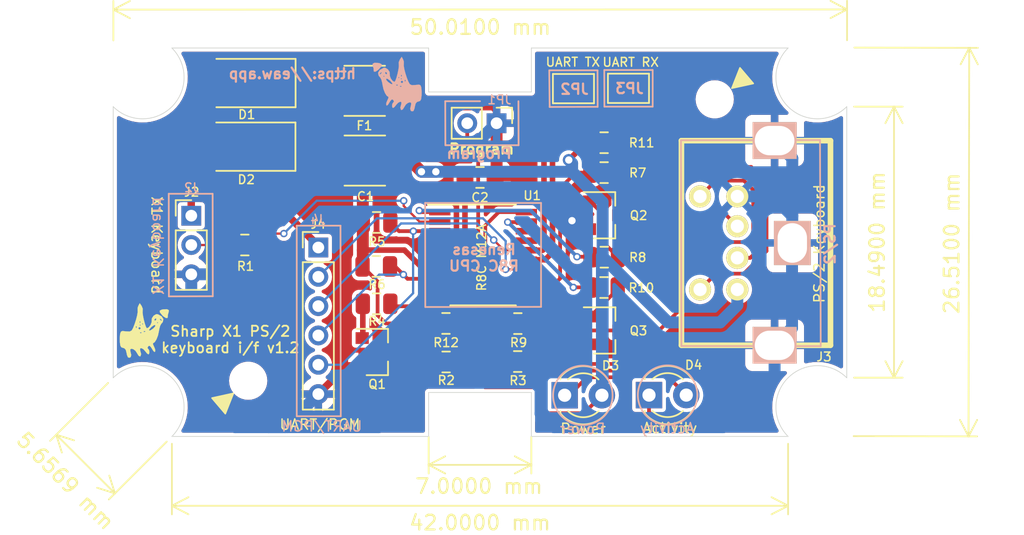
<source format=kicad_pcb>
(kicad_pcb (version 20211014) (generator pcbnew)
  (title_block (title "Sharp X1 to PS/2 Keyboard Interface") (date "2022-03-09") (rev "1.2") (comment 2 "which has been enhanced and targetted at a KM24 case format.") (comment 3 "This is an encapsulation of Sato Kyouchi's original X1 design"))
  (layers (0 "F.Cu" signal) (31 "B.Cu" signal) (34 "B.Paste" user) (35 "F.Paste" user) (36 "B.SilkS" user "B.Silkscreen") (37 "F.SilkS" user "F.Silkscreen") (38 "B.Mask" user) (39 "F.Mask" user) (44 "Edge.Cuts" user))
  (net 0 "")
  (net 1 "GNDPWR")
  (net 2 "Net-(D1-Pad1)")
  (net 3 "/RXD")
  (net 4 "Net-(J3-Pad5)")
  (net 5 "/TXD")
  (net 6 "Net-(J3-Pad1)")
  (net 7 "/~{PGM}")
  (net 8 "Net-(Q1-Pad1)")
  (net 9 "Net-(Q2-Pad1)")
  (net 10 "Net-(Q3-Pad1)")
  (net 11 "/X1DATA")
  (net 12 "/PS2_DATA_IN")
  (net 13 "/PS2_DATA_OUT")
  (net 14 "/PS2_CLK_IN")
  (net 15 "/PS2_CLK_OUT")
  (net 16 "/RXDPS2")
  (net 17 "/TXDPS2")
  (net 18 "/~{RESET}")
  (net 19 "/VCCX1")
  (net 20 "/VCCPGM")
  (net 21 "Net-(D3-Pad1)")
  (net 22 "Net-(D4-Pad2)")
  (net 23 "Net-(D4-Pad1)")
  (net 24 "/X1DATA'")
  (net 25 "Net-(R4-Pad1)")
  (net 33 "/5V")
  (footprint "Graphic:Argo" (layer "F.Cu") (at 52.13 99.29)
    (fp_text reference "LG1" hide)
    (fp_text value "Argo Logo" hide)
  )
  (footprint "Fuse:Fuse_1812_4532Metric" (layer "F.Cu") (at 67.14 82.92)
    (fp_text reference "F1" (at -0.02 2.38) (layer "F.SilkS") (effects (font (size 0.6 0.6) (thickness 0.1))))
    (fp_text value "500mA" hide)
    (pad "1" smd roundrect locked (at -2.1375 0) (size 1.125 3.4) (layers "F.Cu" "F.Paste" "F.Mask") (roundrect_rratio 0.2222222222) (net 2 "Net-(D1-Pad1)"))
    (pad "2" smd roundrect locked (at 2.1375 0) (size 1.125 3.4) (layers "F.Cu" "F.Paste" "F.Mask") (roundrect_rratio 0.2222222222) (net 33 "/5V"))
  )
  (footprint "Custom:Mini_din6_ps2" (layer "F.Cu") (at 93.81 93.3 90)
    (fp_text reference "J3" (at -7.77 4.64 180) (layer "F.SilkS") (effects (font (size 0.6 0.6) (thickness 0.1))))
    (fp_text value "PS/2 Keyboard" (at -0.05 4.32 90) (layer "F.SilkS") (effects (font (size 0.7 0.7) (thickness 0.1))))
    (pad "1" thru_hole circle (at 1.143 -1.27 90) (size 1.5 1.5) (drill 0.9) (layers *.Cu *.Mask "F.SilkS") (net 6 "Net-(J3-Pad1)"))
    (pad "2" thru_hole circle (at -1.016 -1.27 90) (size 1.5 1.5) (drill 0.9) (layers *.Cu *.Mask "F.SilkS") (net 16 "/RXDPS2"))
    (pad "3" thru_hole circle (at 3.175 -1.27 90) (size 1.5 1.5) (drill 0.9) (layers *.Cu *.Mask "F.SilkS") (net 1 "GNDPWR"))
    (pad "4" thru_hole circle (at -3.175 -1.27 90) (size 1.5 1.5) (drill 0.9) (layers *.Cu *.Mask "F.SilkS") (net 33 "/5V"))
    (pad "5" thru_hole circle (at 3.175 -3.81 90) (size 1.5 1.5) (drill 0.9) (layers *.Cu *.Mask "F.SilkS") (net 4 "Net-(J3-Pad5)"))
    (pad "6" thru_hole circle (at -3.175 -3.81 90) (size 1.5 1.5) (drill 0.9) (layers *.Cu *.Mask "F.SilkS") (net 17 "/TXDPS2"))
    (pad "7" thru_hole rect (at 6.985 1.27 180) (size 3 2.5) (drill oval 2.7 2) (layers *.Cu *.SilkS *.Mask) (net 1 "GNDPWR"))
    (pad "7" thru_hole rect (at 0 2.4778 90) (size 3 2.5) (drill oval 2.7 2) (layers *.Cu *.SilkS *.Mask) (net 1 "GNDPWR"))
    (pad "7" thru_hole rect (at -6.985 1.27 180) (size 3 2.5) (drill oval 2.7 2) (layers *.Cu *.SilkS *.Mask) (net 1 "GNDPWR"))
  )
  (footprint "Connector_PinHeader_2.00mm:PinHeader_1x06_P2.00mm_Vertical" (layer "F.Cu") (at 63.98 93.61)
    (fp_text reference "J4" (at -0.02 -1.91 -180) (layer "B.SilkS") (effects (font (size 0.6 0.6) (thickness 0.1)) (justify mirror)))
    (fp_text value "UART/PGM" (at 0.11 12.08 unlocked) (layer "F.SilkS") (effects (font (size 0.7 0.7) (thickness 0.1))))
    (fp_text user "${REFERENCE}" (at -0.01 -1.59 -180) (layer "F.SilkS") (effects (font (size 0.6 0.6) (thickness 0.1))))
    (pad "1" thru_hole rect locked (at 0 0) (size 1.35 1.35) (drill 0.8) (layers *.Cu *.Mask) (net 20 "/VCCPGM"))
    (pad "2" thru_hole oval locked (at 0 2) (size 1.35 1.35) (drill 0.8) (layers *.Cu *.Mask) (net 3 "/RXD"))
    (pad "3" thru_hole oval locked (at 0 4) (size 1.35 1.35) (drill 0.8) (layers *.Cu *.Mask) (net 5 "/TXD"))
    (pad "4" thru_hole oval locked (at 0 6) (size 1.35 1.35) (drill 0.8) (layers *.Cu *.Mask) (net 7 "/~{PGM}"))
    (pad "5" thru_hole oval locked (at 0 8) (size 1.35 1.35) (drill 0.8) (layers *.Cu *.Mask) (net 18 "/~{RESET}"))
    (pad "6" thru_hole oval locked (at 0 10) (size 1.35 1.35) (drill 0.8) (layers *.Cu *.Mask) (net 1 "GNDPWR"))
  )
  (footprint "Jumper:SolderJumper-2_P1.3mm_Open_Pad1.0x1.5mm" (layer "F.Cu") (at 81.37 82.77 180)
    (fp_text reference "JP2" (at -0.07 -0.04) (layer "B.SilkS") (effects (font (size 0.7 0.7)) (justify mirror)))
    (fp_text value "UART TX" (at 0.04 1.81) (layer "F.SilkS") (effects (font (size 0.6 0.6) (thickness 0.1))))
    (pad "1" smd rect locked (at -0.65 0 180) (size 1 1.5) (layers "F.Cu" "F.Mask") (net 5 "/TXD"))
    (pad "2" smd rect locked (at 0.65 0 180) (size 1 1.5) (layers "F.Cu" "F.Mask") (net 17 "/TXDPS2"))
  )
  (footprint "Jumper:SolderJumper-2_P1.3mm_Open_Pad1.0x1.5mm" (layer "F.Cu") (at 85.12 82.75)
    (fp_text reference "JP3" (at 0.07 0.01) (layer "B.SilkS") (effects (font (size 0.7 0.7)) (justify mirror)))
    (fp_text value "UART RX" (at 0.15 -1.78) (layer "F.SilkS") (effects (font (size 0.6 0.6) (thickness 0.1))))
    (pad "1" smd rect locked (at -0.65 0) (size 1 1.5) (layers "F.Cu" "F.Mask") (net 3 "/RXD"))
    (pad "2" smd rect locked (at 0.65 0) (size 1 1.5) (layers "F.Cu" "F.Mask") (net 16 "/RXDPS2"))
  )
  (footprint "Package_TO_SOT_SMD:SOT-23" (layer "F.Cu") (at 83.46 91.41)
    (fp_text reference "Q2" (at 2.35 0.02) (layer "F.SilkS") (effects (font (size 0.6 0.6) (thickness 0.1))))
    (fp_text value "BC846" hide)
    (pad "1" smd rect locked (at -1 -0.95) (size 0.9 0.8) (layers "F.Cu" "F.Paste" "F.Mask") (net 9 "Net-(Q2-Pad1)"))
    (pad "2" smd rect locked (at -1 0.95) (size 0.9 0.8) (layers "F.Cu" "F.Paste" "F.Mask") (net 1 "GNDPWR"))
    (pad "3" smd rect locked (at 1 0) (size 0.9 0.8) (layers "F.Cu" "F.Paste" "F.Mask") (net 6 "Net-(J3-Pad1)"))
  )
  (footprint "Package_TO_SOT_SMD:SOT-23" (layer "F.Cu") (at 83.47 99.27)
    (fp_text reference "Q3" (at 2.33 0.02) (layer "F.SilkS") (effects (font (size 0.6 0.6) (thickness 0.1))))
    (fp_text value "BC846" hide)
    (pad "1" smd rect locked (at -1 -0.95) (size 0.9 0.8) (layers "F.Cu" "F.Paste" "F.Mask") (net 10 "Net-(Q3-Pad1)"))
    (pad "2" smd rect locked (at -1 0.95) (size 0.9 0.8) (layers "F.Cu" "F.Paste" "F.Mask") (net 1 "GNDPWR"))
    (pad "3" smd rect locked (at 1 0) (size 0.9 0.8) (layers "F.Cu" "F.Paste" "F.Mask") (net 4 "Net-(J3-Pad5)"))
  )
  (footprint "Package_TO_SOT_SMD:SOT-23" (layer "F.Cu") (at 67.97 100.74)
    (fp_text reference "Q1" (at 0.02 2.2) (layer "F.SilkS") (effects (font (size 0.6 0.6) (thickness 0.1))))
    (fp_text value "BC846" hide)
    (pad "1" smd rect locked (at -1 -0.95) (size 0.9 0.8) (layers "F.Cu" "F.Paste" "F.Mask") (net 8 "Net-(Q1-Pad1)"))
    (pad "2" smd rect locked (at -1 0.95) (size 0.9 0.8) (layers "F.Cu" "F.Paste" "F.Mask") (net 1 "GNDPWR"))
    (pad "3" smd rect locked (at 1 0) (size 0.9 0.8) (layers "F.Cu" "F.Paste" "F.Mask") (net 23 "Net-(D4-Pad1)"))
  )
  (footprint "Resistor_SMD:R_0805_2012Metric" (layer "F.Cu") (at 58.97 93.44)
    (fp_text reference "R1" (at 0.05 1.45) (layer "F.SilkS") (effects (font (size 0.6 0.6) (thickness 0.1))))
    (fp_text value "100R" hide)
    (pad "1" smd roundrect locked (at -0.9375 0) (size 0.975 1.4) (layers "F.Cu" "F.Paste" "F.Mask") (net 24 "/X1DATA'"))
    (pad "2" smd roundrect locked (at 0.9375 0) (size 0.975 1.4) (layers "F.Cu" "F.Paste" "F.Mask") (net 11 "/X1DATA"))
  )
  (footprint "Resistor_SMD:R_0805_2012Metric" (layer "F.Cu") (at 67.95 91.9)
    (fp_text reference "R5" (at 0.02 1.32) (layer "F.SilkS") (effects (font (size 0.6 0.6) (thickness 0.1))))
    (fp_text value "22K" hide)
    (pad "1" smd roundrect locked (at -0.9375 0) (size 0.975 1.4) (layers "F.Cu" "F.Paste" "F.Mask") (net 33 "/5V"))
    (pad "2" smd roundrect locked (at 0.9375 0) (size 0.975 1.4) (layers "F.Cu" "F.Paste" "F.Mask") (net 18 "/~{RESET}"))
  )
  (footprint "Resistor_SMD:R_0805_2012Metric" (layer "F.Cu") (at 67.93 94.9)
    (fp_text reference "R6" (at 0.05 1.23) (layer "F.SilkS") (effects (font (size 0.6 0.6) (thickness 0.1))))
    (fp_text value "22K" hide)
    (pad "1" smd roundrect locked (at -0.9375 0) (size 0.975 1.4) (layers "F.Cu" "F.Paste" "F.Mask") (net 33 "/5V"))
    (pad "2" smd roundrect locked (at 0.9375 0) (size 0.975 1.4) (layers "F.Cu" "F.Paste" "F.Mask") (net 7 "/~{PGM}"))
  )
  (footprint "Resistor_SMD:R_0805_2012Metric" (layer "F.Cu") (at 83.46 88.5)
    (fp_text reference "R7" (at 2.29 0.02) (layer "F.SilkS") (effects (font (size 0.6 0.6) (thickness 0.1))))
    (fp_text value "100R" hide)
    (pad "1" smd roundrect locked (at -0.9375 0) (size 0.975 1.4) (layers "F.Cu" "F.Paste" "F.Mask") (net 12 "/PS2_DATA_IN"))
    (pad "2" smd roundrect locked (at 0.9375 0) (size 0.975 1.4) (layers "F.Cu" "F.Paste" "F.Mask") (net 6 "Net-(J3-Pad1)"))
  )
  (footprint "Resistor_SMD:R_0805_2012Metric" (layer "F.Cu") (at 83.47 94.27)
    (fp_text reference "R8" (at 2.28 0.02) (layer "F.SilkS") (effects (font (size 0.6 0.6) (thickness 0.1))))
    (fp_text value "100R" hide)
    (pad "1" smd roundrect locked (at -0.9375 0) (size 0.975 1.4) (layers "F.Cu" "F.Paste" "F.Mask") (net 13 "/PS2_DATA_OUT"))
    (pad "2" smd roundrect locked (at 0.9375 0) (size 0.975 1.4) (layers "F.Cu" "F.Paste" "F.Mask") (net 9 "Net-(Q2-Pad1)"))
  )
  (footprint "Resistor_SMD:R_0805_2012Metric" (layer "F.Cu") (at 77.58 98.8 180)
    (fp_text reference "R9" (at -0.05 -1.3) (layer "F.SilkS") (effects (font (size 0.6 0.6) (thickness 0.1))))
    (fp_text value "100R" hide)
    (pad "1" smd roundrect locked (at -0.9375 0 180) (size 0.975 1.4) (layers "F.Cu" "F.Paste" "F.Mask") (net 14 "/PS2_CLK_IN"))
    (pad "2" smd roundrect locked (at 0.9375 0 180) (size 0.975 1.4) (layers "F.Cu" "F.Paste" "F.Mask") (net 4 "Net-(J3-Pad5)"))
  )
  (footprint "Resistor_SMD:R_0805_2012Metric" (layer "F.Cu") (at 83.45 96.34)
    (fp_text reference "R10" (at 2.55 0.02) (layer "F.SilkS") (effects (font (size 0.6 0.6) (thickness 0.1))))
    (fp_text value "100R" hide)
    (pad "1" smd roundrect locked (at -0.9375 0) (size 0.975 1.4) (layers "F.Cu" "F.Paste" "F.Mask") (net 15 "/PS2_CLK_OUT"))
    (pad "2" smd roundrect locked (at 0.9375 0) (size 0.975 1.4) (layers "F.Cu" "F.Paste" "F.Mask") (net 10 "Net-(Q3-Pad1)"))
  )
  (footprint "Resistor_SMD:R_0805_2012Metric" (layer "F.Cu") (at 83.46 86.46)
    (fp_text reference "R11" (at 2.56 0.01) (layer "F.SilkS") (effects (font (size 0.6 0.6) (thickness 0.1))))
    (fp_text value "4K7" hide)
    (pad "1" smd roundrect locked (at -0.9375 0) (size 0.975 1.4) (layers "F.Cu" "F.Paste" "F.Mask") (net 33 "/5V"))
    (pad "2" smd roundrect locked (at 0.9375 0) (size 0.975 1.4) (layers "F.Cu" "F.Paste" "F.Mask") (net 6 "Net-(J3-Pad1)"))
  )
  (footprint "Resistor_SMD:R_0805_2012Metric" (layer "F.Cu") (at 72.68 98.79)
    (fp_text reference "R12" (at 0.01 1.31) (layer "F.SilkS") (effects (font (size 0.6 0.6) (thickness 0.1))))
    (fp_text value "4K7" hide)
    (pad "1" smd roundrect locked (at -0.9375 0) (size 0.975 1.4) (layers "F.Cu" "F.Paste" "F.Mask") (net 33 "/5V"))
    (pad "2" smd roundrect locked (at 0.9375 0) (size 0.975 1.4) (layers "F.Cu" "F.Paste" "F.Mask") (net 4 "Net-(J3-Pad5)"))
  )
  (footprint "Resistor_SMD:R_0805_2012Metric" (layer "F.Cu") (at 67.95 97.45 180)
    (fp_text reference "R4" (at -0.03 -1.19) (layer "F.SilkS") (effects (font (size 0.6 0.6) (thickness 0.1))))
    (fp_text value "1K" hide)
    (pad "1" smd roundrect locked (at -0.9375 0 180) (size 0.975 1.4) (layers "F.Cu" "F.Paste" "F.Mask") (net 25 "Net-(R4-Pad1)"))
    (pad "2" smd roundrect locked (at 0.9375 0 180) (size 0.975 1.4) (layers "F.Cu" "F.Paste" "F.Mask") (net 8 "Net-(Q1-Pad1)"))
  )
  (footprint "Resistor_SMD:R_0805_2012Metric" (layer "F.Cu") (at 77.57 101.39)
    (fp_text reference "R3" (at 0.02 1.3) (layer "F.SilkS") (effects (font (size 0.6 0.6) (thickness 0.1))))
    (fp_text value "1K" hide)
    (pad "1" smd roundrect locked (at -0.9375 0) (size 0.975 1.4) (layers "F.Cu" "F.Paste" "F.Mask") (net 33 "/5V"))
    (pad "2" smd roundrect locked (at 0.9375 0) (size 0.975 1.4) (layers "F.Cu" "F.Paste" "F.Mask") (net 22 "Net-(D4-Pad2)"))
  )
  (footprint "Package_SO:TSSOP-20_4.4x6.5mm_P0.65mm" (layer "F.Cu") (at 75.21 94.12)
    (fp_text reference "U1" (at 3.35 -4.05) (layer "F.SilkS") (effects (font (size 0.6 0.6) (thickness 0.1))))
    (fp_text value "R8C M12A" (at -0.1 0.18 90) (layer "F.SilkS") (effects (font (size 0.6 0.6) (thickness 0.1))))
    (pad "1" smd rect locked (at -2.95 -2.925) (size 1.45 0.45) (layers "F.Cu" "F.Paste" "F.Mask") (net 13 "/PS2_DATA_OUT"))
    (pad "2" smd rect locked (at -2.95 -2.275) (size 1.45 0.45) (layers "F.Cu" "F.Paste" "F.Mask") (net 11 "/X1DATA"))
    (pad "3" smd rect locked (at -2.95 -1.625) (size 1.45 0.45) (layers "F.Cu" "F.Paste" "F.Mask") (net 18 "/~{RESET}"))
    (pad "4" smd rect locked (at -2.95 -0.975) (size 1.45 0.45) (layers "F.Cu" "F.Paste" "F.Mask"))
    (pad "5" smd rect locked (at -2.95 -0.325) (size 1.45 0.45) (layers "F.Cu" "F.Paste" "F.Mask") (net 1 "GNDPWR"))
    (pad "6" smd rect locked (at -2.95 0.325) (size 1.45 0.45) (layers "F.Cu" "F.Paste" "F.Mask"))
    (pad "7" smd rect locked (at -2.95 0.975) (size 1.45 0.45) (layers "F.Cu" "F.Paste" "F.Mask") (net 33 "/5V"))
    (pad "8" smd rect locked (at -2.95 1.625) (size 1.45 0.45) (layers "F.Cu" "F.Paste" "F.Mask") (net 7 "/~{PGM}"))
    (pad "9" smd rect locked (at -2.95 2.275) (size 1.45 0.45) (layers "F.Cu" "F.Paste" "F.Mask"))
    (pad "10" smd rect locked (at -2.95 2.925) (size 1.45 0.45) (layers "F.Cu" "F.Paste" "F.Mask"))
    (pad "11" smd rect locked (at 2.95 2.925) (size 1.45 0.45) (layers "F.Cu" "F.Paste" "F.Mask") (net 12 "/PS2_DATA_IN"))
    (pad "12" smd rect locked (at 2.95 2.275) (size 1.45 0.45) (layers "F.Cu" "F.Paste" "F.Mask") (net 14 "/PS2_CLK_IN"))
    (pad "13" smd rect locked (at 2.95 1.625) (size 1.45 0.45) (layers "F.Cu" "F.Paste" "F.Mask"))
    (pad "14" smd rect locked (at 2.95 0.975) (size 1.45 0.45) (layers "F.Cu" "F.Paste" "F.Mask") (net 3 "/RXD"))
    (pad "15" smd rect locked (at 2.95 0.325) (size 1.45 0.45) (layers "F.Cu" "F.Paste" "F.Mask") (net 3 "/RXD"))
    (pad "16" smd rect locked (at 2.95 -0.325) (size 1.45 0.45) (layers "F.Cu" "F.Paste" "F.Mask") (net 5 "/TXD"))
    (pad "17" smd rect locked (at 2.95 -0.975) (size 1.45 0.45) (layers "F.Cu" "F.Paste" "F.Mask"))
    (pad "18" smd rect locked (at 2.95 -1.625) (size 1.45 0.45) (layers "F.Cu" "F.Paste" "F.Mask"))
    (pad "19" smd rect locked (at 2.95 -2.275) (size 1.45 0.45) (layers "F.Cu" "F.Paste" "F.Mask") (net 15 "/PS2_CLK_OUT"))
    (pad "20" smd rect locked (at 2.95 -2.925) (size 1.45 0.45) (layers "F.Cu" "F.Paste" "F.Mask") (net 25 "Net-(R4-Pad1)"))
  )
  (footprint "Capacitor_SMD:C_1812_4532Metric" (layer "F.Cu") (at 67.15 87.68 180)
    (fp_text reference "C1" (at -0.05 -2.45) (layer "F.SilkS") (effects (font (size 0.6 0.6) (thickness 0.1))))
    (fp_text value "100uF" hide)
    (pad "1" smd roundrect locked (at -2.1375 0 180) (size 1.125 3.4) (layers "F.Cu" "F.Paste" "F.Mask") (roundrect_rratio 0.2222222222) (net 33 "/5V"))
    (pad "2" smd roundrect locked (at 2.1375 0 180) (size 1.125 3.4) (layers "F.Cu" "F.Paste" "F.Mask") (roundrect_rratio 0.2222222222) (net 1 "GNDPWR"))
  )
  (footprint "Capacitor_SMD:C_0805_2012Metric_Pad1.15x1.40mm_HandSolder" (layer "F.Cu") (at 75 88.83)
    (fp_text reference "C2" (at 0 1.37) (layer "F.SilkS") (effects (font (size 0.6 0.6) (thickness 0.1))))
    (fp_text value "100nF" hide)
    (pad "1" smd roundrect locked (at -1.025 0) (size 1.15 1.4) (layers "F.Cu" "F.Paste" "F.Mask") (roundrect_rratio 0.2173913043) (net 33 "/5V"))
    (pad "2" smd roundrect locked (at 1.025 0) (size 1.15 1.4) (layers "F.Cu" "F.Paste" "F.Mask") (roundrect_rratio 0.2173913043) (net 1 "GNDPWR"))
  )
  (footprint "MountingHole:MountingHole_2.1mm" (layer "F.Cu") (at 91 83.5)
    (fp_text reference "H1" hide)
    (fp_text value "Support" hide)
    (pad "" np_thru_hole circle locked (at 0 0) (size 2.1 2.1) (drill 2.1) (layers *.Cu *.Mask))
  )
  (footprint "MountingHole:MountingHole_2.1mm" (layer "F.Cu") (at 59.2 102.7)
    (fp_text reference "H2" hide)
    (fp_text value "Support" hide)
    (pad "" np_thru_hole circle locked (at 0 0) (size 2.1 2.1) (drill 2.1) (layers *.Cu *.Mask))
  )
  (footprint "Connector_PinHeader_2.00mm:PinHeader_1x02_P2.00mm_Vertical" (layer "F.Cu") (at 76.13 85.13 -90)
    (fp_text reference "JP1" (at -1.6 -0.19) (layer "B.SilkS") (effects (font (size 0.6 0.6) (thickness 0.1)) (justify mirror)))
    (fp_text value "Program" (at 1.76 1.02) (layer "F.SilkS") (effects (font (size 0.7 0.7))))
    (pad "1" thru_hole rect locked (at 0 0 270) (size 1.35 1.35) (drill 0.8) (layers *.Cu *.Mask) (net 1 "GNDPWR"))
    (pad "2" thru_hole oval locked (at 0 2 270) (size 1.35 1.35) (drill 0.8) (layers *.Cu *.Mask) (net 7 "/~{PGM}"))
  )
  (footprint "LED_THT:LED_D3.0mm_Clear" (layer "F.Cu") (at 86.52 103.68)
    (fp_text reference "D4" (at 3.04 -2.05) (layer "F.SilkS") (effects (font (size 0.6 0.6) (thickness 0.1))))
    (fp_text value "Activity" hide)
    (pad "1" thru_hole rect locked (at 0 0) (size 1.8 1.8) (drill 0.9) (layers *.Cu *.Mask) (net 23 "Net-(D4-Pad1)"))
    (pad "2" thru_hole circle locked (at 2.54 0) (size 1.8 1.8) (drill 0.9) (layers *.Cu *.Mask) (net 22 "Net-(D4-Pad2)"))
  )
  (footprint "Diode_SMD:D_SMA" (layer "F.Cu") (at 59.03 82.39 180)
    (fp_text reference "D1" (at -0.07 -2.15) (layer "F.SilkS") (effects (font (size 0.6 0.6) (thickness 0.1))))
    (fp_text value "1N4001" hide)
    (pad "1" smd rect locked (at -2 0 180) (size 2.5 1.8) (layers "F.Cu" "F.Paste" "F.Mask") (net 2 "Net-(D1-Pad1)"))
    (pad "2" smd rect locked (at 2 0 180) (size 2.5 1.8) (layers "F.Cu" "F.Paste" "F.Mask") (net 19 "/VCCX1"))
  )
  (footprint "Diode_SMD:D_SMA" (layer "F.Cu") (at 59.02 86.73 180)
    (fp_text reference "D2" (at -0.05 -2.25) (layer "F.SilkS") (effects (font (size 0.6 0.6) (thickness 0.1))))
    (fp_text value "1N4001" hide)
    (pad "1" smd rect locked (at -2 0 180) (size 2.5 1.8) (layers "F.Cu" "F.Paste" "F.Mask") (net 2 "Net-(D1-Pad1)"))
    (pad "2" smd rect locked (at 2 0 180) (size 2.5 1.8) (layers "F.Cu" "F.Paste" "F.Mask") (net 20 "/VCCPGM"))
  )
  (footprint "LED_THT:LED_D3.0mm_Clear" (layer "F.Cu") (at 80.77 103.69)
    (fp_text reference "D3" (at 3.13 -2.02) (layer "F.SilkS") (effects (font (size 0.6 0.6) (thickness 0.1))))
    (fp_text value "Power" hide)
    (pad "1" thru_hole rect locked (at 0 0) (size 1.8 1.8) (drill 0.9) (layers *.Cu *.Mask) (net 21 "Net-(D3-Pad1)"))
    (pad "2" thru_hole circle locked (at 2.54 0) (size 1.8 1.8) (drill 0.9) (layers *.Cu *.Mask) (net 33 "/5V"))
  )
  (footprint "Connector_PinHeader_2.00mm:PinHeader_1x03_P2.00mm_Vertical" (layer "F.Cu") (at 55.32 91.44)
    (fp_text reference "J2" (at 0.03 -1.91) (layer "B.SilkS") (effects (font (size 0.6 0.6) (thickness 0.1)) (justify mirror)))
    (fp_text value "X1 Keyboard" (at -2.36 2.02 -90 unlocked) (layer "F.SilkS") (effects (font (size 0.7 0.7) (thickness 0.1))))
    (fp_text user "${REFERENCE}" (at 0.03 -1.61) (layer "F.SilkS") (effects (font (size 0.6 0.6) (thickness 0.1))))
    (pad "1" thru_hole rect locked (at 0 0) (size 1.35 1.35) (drill 0.8) (layers *.Cu *.Mask) (net 19 "/VCCX1"))
    (pad "2" thru_hole oval locked (at 0 2) (size 1.35 1.35) (drill 0.8) (layers *.Cu *.Mask) (net 24 "/X1DATA'"))
    (pad "3" thru_hole oval locked (at 0 4) (size 1.35 1.35) (drill 0.8) (layers *.Cu *.Mask) (net 1 "GNDPWR"))
  )
  (footprint "Resistor_SMD:R_0805_2012Metric" (layer "F.Cu") (at 72.69 101.42 180)
    (fp_text reference "R2" (at -0.01 -1.25) (layer "F.SilkS") (effects (font (size 0.6 0.6) (thickness 0.1))))
    (fp_text value "1K" hide)
    (pad "1" smd roundrect locked (at -0.9375 0 180) (size 0.975 1.4) (layers "F.Cu" "F.Paste" "F.Mask") (net 21 "Net-(D3-Pad1)"))
    (pad "2" smd roundrect locked (at 0.9375 0 180) (size 0.975 1.4) (layers "F.Cu" "F.Paste" "F.Mask") (net 1 "GNDPWR"))
  )
  (footprint "Graphic:Argo" (layer "B.Cu") (at 69.34 82.48 180)
    (fp_text reference "LG2" hide)
    (fp_text value "Argo Logo" hide)
  )
  (gr_line (start 56.775 89.945) (end 53.785 89.945) (layer "B.SilkS") (width 0.12))
  (gr_line (start 65.49 92.12) (end 62.51 92.12) (layer "B.SilkS") (width 0.12))
  (gr_line (start 98.175 86.28) (end 88.7 86.29) (layer "B.SilkS") (width 0.12))
  (gr_line (start 75 83.63) (end 72.63 83.63) (layer "B.SilkS") (width 0.12))
  (gr_circle (center 87.78714 103.68) (end 89.80714 103.85) (layer "B.SilkS") (width 0.12) (fill none))
  (gr_line (start 79.16 90.57) (end 71.26 90.57) (layer "B.SilkS") (width 0.12))
  (gr_line (start 83.02 84.01) (end 83.01 81.52) (layer "B.SilkS") (width 0.12))
  (gr_line (start 72.63 83.63) (end 72.64 86.63) (layer "B.SilkS") (width 0.12))
  (gr_line (start 83.47 81.5) (end 83.48 84) (layer "B.SilkS") (width 0.12))
  (gr_line (start 72.64 86.63) (end 77.63 86.63) (layer "B.SilkS") (width 0.12))
  (gr_circle (center 82.01 103.7) (end 84.03 103.87) (layer "B.SilkS") (width 0.12) (fill none))
  (gr_line (start 98.225 100.34) (end 98.175 86.28) (layer "B.SilkS") (width 0.12))
  (gr_line (start 79.72 81.52) (end 79.75 84.02) (layer "B.SilkS") (width 0.12))
  (gr_line (start 62.51 105.12) (end 65.51 105.12) (layer "B.SilkS") (width 0.12))
  (gr_line (start 88.73 100.33) (end 98.225 100.34) (layer "B.SilkS") (width 0.12))
  (gr_line (start 65.51 105.12) (end 65.49 92.12) (layer "B.SilkS") (width 0.12))
  (gr_line (start 53.795 96.945) (end 56.785 96.935) (layer "B.SilkS") (width 0.12))
  (gr_line (start 83.01 81.52) (end 79.73 81.52) (layer "B.SilkS") (width 0.12))
  (gr_line (start 71.27 97.67) (end 79.16 97.66) (layer "B.SilkS") (width 0.12))
  (gr_line (start 86.77 84) (end 86.77 81.5) (layer "B.SilkS") (width 0.12))
  (gr_line (start 88.7 86.29) (end 88.73 100.33) (layer "B.SilkS") (width 0.12))
  (gr_line (start 56.785 96.935) (end 56.775 89.945) (layer "B.SilkS") (width 0.12))
  (gr_line (start 53.785 89.945) (end 53.795 96.945) (layer "B.SilkS") (width 0.12))
  (gr_line (start 79.16 97.66) (end 79.16 90.57) (layer "B.SilkS") (width 0.12))
  (gr_line (start 83.48 84) (end 86.77 84) (layer "B.SilkS") (width 0.12))
  (gr_line (start 71.26 90.57) (end 71.27 97.67) (layer "B.SilkS") (width 0.12))
  (gr_line (start 86.77 81.5) (end 83.48 81.5) (layer "B.SilkS") (width 0.12))
  (gr_line (start 62.51 92.12) (end 62.51 105.12) (layer "B.SilkS") (width 0.12))
  (gr_line (start 79.75 84.02) (end 83.02 84.01) (layer "B.SilkS") (width 0.12))
  (gr_line (start 77.63 86.63) (end 77.62 83.63) (layer "B.SilkS") (width 0.12))
  (gr_poly (pts (xy 93.63 82.42) (xy 92.17 82.74) (xy 92.72 81.35)) (layer "F.SilkS") (width 0.1) (fill solid))
  (gr_poly (pts (xy 56.73 103.88) (xy 58.19 103.56) (xy 57.64 104.95)) (layer "F.SilkS") (width 0.1) (fill solid))
  (gr_line (start 50 84) (end 50 102.5) (layer "Edge.Cuts") (width 0.05))
  (gr_line (start 78.5 80) (end 96 80) (layer "Edge.Cuts") (width 0.05))
  (gr_line (start 54 106.5) (end 71.5 106.5) (layer "Edge.Cuts") (width 0.05))
  (gr_line (start 78.5 106.5) (end 96 106.5) (layer "Edge.Cuts") (width 0.05))
  (gr_line (start 71.5 103.5) (end 78.5 103.5) (layer "Edge.Cuts") (width 0.05))
  (gr_line (start 78.5 106.5) (end 78.5 103.5) (layer "Edge.Cuts") (width 0.05))
  (gr_line (start 71.5 83) (end 71.5 80) (layer "Edge.Cuts") (width 0.05))
  (gr_line (start 78.5 83) (end 78.5 80) (layer "Edge.Cuts") (width 0.05))
  (gr_line (start 71.5 83) (end 78.5 83) (layer "Edge.Cuts") (width 0.05))
  (gr_arc (start 50.000001 102.500002) (mid 54.000001 102.500002) (end 54.000001 106.500002) (layer "Edge.Cuts") (width 0.05))
  (gr_arc (start 96 106.5) (mid 96 102.5) (end 100 102.5) (layer "Edge.Cuts") (width 0.05))
  (gr_arc (start 100 84) (mid 96 84) (end 96 80) (layer "Edge.Cuts") (width 0.05))
  (gr_line (start 54 80) (end 71.5 80) (layer "Edge.Cuts") (width 0.05))
  (gr_arc (start 54 80) (mid 54 84) (end 50 84) (layer "Edge.Cuts") (width 0.05))
  (gr_line (start 71.5 106.5) (end 71.5 103.5) (layer "Edge.Cuts") (width 0.05))
  (gr_line (start 100 84) (end 100 102.5) (layer "Edge.Cuts") (width 0.05))
  (gr_text "X1 Keyboard" (at 53.04 93.5 -90) (layer "B.SilkS") (effects (font (size 0.7 0.7) (thickness 0.1)) (justify mirror)))
  (gr_text "Program" (at 74.94 87.19) (layer "B.SilkS") (effects (font (size 0.7 0.7)) (justify mirror)))
  (gr_text "UART/PGM" (at 64.22 105.81) (layer "B.SilkS") (effects (font (size 0.7 0.7) (thickness 0.1)) (justify mirror)))
  (gr_text "Power" (at 82 105.98) (layer "B.SilkS") (effects (font (size 0.7 0.7) (thickness 0.1)) (justify mirror)))
  (gr_text "PS/2" (at 98.86 93.37 -270) (layer "B.SilkS") (effects (font (size 0.7 0.7)) (justify mirror)))
  (gr_text "Activity" (at 87.77 105.94) (layer "B.SilkS") (effects (font (size 0.7 0.7) (thickness 0.1)) (justify mirror)))
  (gr_text "Renesas\nR8C CPU" (at 75.27 94.31) (layer "B.SilkS") (effects (font (size 0.7 0.7)) (justify mirror)))
  (gr_text "https://eaw.app" (at 62.21 81.75) (layer "B.SilkS") (effects (font (size 0.7 0.7)) (justify mirror)))
  (gr_text "Sharp X1 PS/2\nkeyboard i/f v1.2" (at 57.98 99.89) (layer "F.SilkS") (effects (font (size 0.7 0.7) (thickness 0.12))))
  (gr_text "Power" (at 82.03 105.98) (layer "F.SilkS") (effects (font (size 0.7 0.7) (thickness 0.1))))
  (gr_text "Activity" (at 87.94 105.93) (layer "F.SilkS") (effects (font (size 0.7 0.7) (thickness 0.1))))
  (dimension (type aligned) (layer "F.SilkS") (pts (xy 54 106.5) (xy 96 106.5)) (height 4.73) (gr_text "42.0000 mm" (at 75 112.39) (layer "F.SilkS") (effects (font (size 1 1) (thickness 0.15)))) (format (units 3) (units_format 1) (precision 4)) (style (thickness 0.12) (arrow_length 1.27) (text_position_mode 2) (extension_height 0.58642) (extension_offset 0.5) keep_text_aligned))
  (dimension (type aligned) (layer "F.SilkS") (pts (xy 50 102.5) (xy 54 106.5)) (height 5.494219) (gr_text "5.6569 mm" (at 46.74 109.53 315) (layer "F.SilkS") (effects (font (size 1 1) (thickness 0.15)))) (format (units 3) (units_format 1) (precision 4)) (style (thickness 0.12) (arrow_length 1.27) (text_position_mode 2) (extension_height 0.58642) (extension_offset 0.5) keep_text_aligned))
  (dimension (type aligned) (layer "F.SilkS") (pts (xy 100 84) (xy 100 102.49)) (height -3.22) (gr_text "18.4900 mm" (at 102.07 93.245 90) (layer "F.SilkS") (effects (font (size 1 1) (thickness 0.15)))) (format (units 3) (units_format 1) (precision 4)) (style (thickness 0.12) (arrow_length 1.27) (text_position_mode 0) (extension_height 0.58642) (extension_offset 0.5) keep_text_aligned))
  (dimension (type aligned) (layer "F.SilkS") (pts (xy 78.5 106.02) (xy 71.5 106.02)) (height -2.42) (gr_text "7.0000 mm" (at 74.93 109.9) (layer "F.SilkS") (effects (font (size 1 1) (thickness 0.15)))) (format (units 3) (units_format 1) (precision 4)) (style (thickness 0.12) (arrow_length 1.27) (text_position_mode 2) (extension_height 0.58642) (extension_offset 0.5) keep_text_aligned))
  (dimension (type aligned) (layer "F.SilkS") (pts (xy 100.02 79.97) (xy 99.97 106.48)) (height -8.329028) (gr_text "26.5100 mm" (at 107.16 93.33 89.89193566) (layer "F.SilkS") (effects (font (size 1 1) (thickness 0.15)))) (format (units 3) (units_format 1) (precision 4)) (style (thickness 0.12) (arrow_length 1.27) (text_position_mode 2) (extension_height 0.58642) (extension_offset 0.5) keep_text_aligned))
  (dimension (type aligned) (layer "F.SilkS") (pts (xy 50.01 79.98) (xy 100.02 79.97)) (height -2.600183) (gr_text "50.0100 mm" (at 75.02 78.58 0.01145686438) (layer "F.SilkS") (effects (font (size 1 1) (thickness 0.15)))) (format (units 3) (units_format 1) (precision 4)) (style (thickness 0.12) (arrow_length 1.27) (text_position_mode 2) (extension_height 0.58642) (extension_offset 0.5) keep_text_aligned))
  (segment (start 76.13 85.13) (end 76.13 88.725) (width 0.8128) (layer "F.Cu") (net 1))
  (segment (start 94.69 100.22) (end 95.08 100.61) (width 0.381) (layer "F.Cu") (net 1))
  (segment (start 82.46 92.36) (end 81.85 92.36) (width 0.381) (layer "F.Cu") (net 1))
  (segment (start 65.705 101.885) (end 63.98 103.61) (width 0.508) (layer "F.Cu") (net 1))
  (segment (start 73.394 93.767) (end 73.394 90.444) (width 0.381) (layer "F.Cu") (net 1))
  (segment (start 66.97 101.69) (end 65.9 101.69) (width 0.508) (layer "F.Cu") (net 1))
  (segment (start 82.47 100.22) (end 94.69 100.22) (width 0.381) (layer "F.Cu") (net 1))
  (segment (start 65.705 101.885) (end 65.705 88.1525) (width 0.508) (layer "F.Cu") (net 1))
  (segment (start 65.705 88.1525) (end 64.9825 87.43) (width 0.508) (layer "F.Cu") (net 1))
  (segment (start 81.85 92.36) (end 81.27 91.78) (width 0.381) (layer "F.Cu") (net 1))
  (segment (start 95.08 100.61) (end 95.08 100.285) (width 0.381) (layer "F.Cu") (net 1))
  (segment (start 73.0095 84.6736) (end 73.6186 84.0645) (width 0.381) (layer "F.Cu") (net 1))
  (segment (start 76.13 84.339) (end 76.13 85.13) (width 0.381) (layer "F.Cu") (net 1))
  (segment (start 65.9 101.69) (end 65.705 101.885) (width 0.508) (layer "F.Cu") (net 1))
  (segment (start 72.26 93.795) (end 73.366 93.795) (width 0.381) (layer "F.Cu") (net 1))
  (segment (start 73.366 93.795) (end 73.394 93.767) (width 0.381) (layer "F.Cu") (net 1))
  (segment (start 73.6186 84.0645) (end 75.8555 84.0645) (width 0.381) (layer "F.Cu") (net 1))
  (segment (start 67.06 101.6) (end 71.5725 101.6) (width 0.508) (layer "F.Cu") (net 1))
  (segment (start 73.394 90.444) (end 73.0095 90.0595) (width 0.381) (layer "F.Cu") (net 1))
  (segment (start 75.8555 84.0645) (end 76.13 84.339) (width 0.381) (layer "F.Cu") (net 1))
  (segment (start 71.5725 101.6) (end 71.7525 101.42) (width 0.508) (layer "F.Cu") (net 1))
  (segment (start 76.13 88.725) (end 76.025 88.83) (width 0.8128) (layer "F.Cu") (net 1))
  (segment (start 66.97 101.69) (end 67.06 101.6) (width 0.508) (layer "F.Cu") (net 1))
  (segment (start 73.0095 90.0595) (end 73.0095 84.6736) (width 0.381) (layer "F.Cu") (net 1))
  (via (at 81.27 91.78) (size 0.8) (drill 0.5) (layers "F.Cu" "B.Cu") (net 1))
  (segment (start 74.7451 86.4114) (end 74.7765 86.38) (width 0.8128) (layer "B.Cu") (net 1))
  (segment (start 71.24 102.7) (end 68.071809 105.86859) (width 0.8128) (layer "B.Cu") (net 1))
  (segment (start 66.57 86.41) (end 67.93 86.41) (width 0.8128) (layer "B.Cu") (net 1))
  (segment (start 71.236 90.386) (end 67.35 86.5) (width 0.508) (layer "B.Cu") (net 1))
  (segment (start 79.1314 103.238) (end 78.5929 102.7) (width 0.8128) (layer "B.Cu") (net 1))
  (segment (start 57.54 95.44) (end 66.5686 86.4114) (width 0.8128) (layer "B.Cu") (net 1))
  (segment (start 58.33819 105.86859) (end 55.32 102.8504) (width 0.8128) (layer "B.Cu") (net 1))
  (segment (start 74.88 86.38) (end 76.13 85.13) (width 0.8128) (layer "B.Cu") (net 1))
  (segment (start 66.5686 86.4114) (end 66.57 86.41) (width 0.8128) (layer "B.Cu") (net 1))
  (segment (start 79.1314 104.943) (end 79.1314 103.238) (width 0.8128) (layer "B.Cu") (net 1))
  (segment (start 81.27 91.78) (end 79.876 90.386) (width 0.508) (layer "B.Cu") (net 1))
  (segment (start 67.35 86.5) (end 66.63 86.5) (width 0.508) (layer "B.Cu") (net 1))
  (segment (start 79.876 90.386) (end 71.236 90.386) (width 0.508) (layer "B.Cu") (net 1))
  (segment (start 96.2878 91.4578) (end 94.955 90.125) (width 0.8128) (layer "B.Cu") (net 1))
  (segment (start 80.05699 105.86859) (end 79.1314 104.943) (width 0.8128) (layer "B.Cu") (net 1))
  (segment (start 78.5929 102.7) (end 71.24 102.7) (width 0.8128) (layer "B.Cu") (net 1))
  (segment (start 74.7765 86.38) (end 74.88 86.38) (width 0.8128) (layer "B.Cu") (net 1))
  (segment (start 55.32 95.44) (end 57.54 95.44) (width 0.8128) (layer "B.Cu") (net 1))
  (segment (start 95.08 102.348) (end 91.55941 105.86859) (width 0.8128) (layer "B.Cu") (net 1))
  (segment (start 95.08 100.285) (end 95.08 102.348) (width 0.8128) (layer "B.Cu") (net 1))
  (segment (start 96.27 99.095) (end 96.27 93.3178) (width 0.8128) (layer "B.Cu") (net 1))
  (segment (start 61.86859 105.86859) (end 60.57859 105.86859) (width 0.8128) (layer "B.Cu") (net 1))
  (segment (start 96.2878 93.3) (end 96.2878 87.5228) (width 0.8128) (layer "B.Cu") (net 1))
  (segment (start 66.5686 86.4114) (end 74.7451 86.4114) (width 0.8128) (layer "B.Cu") (net 1))
  (segment (start 63.98 103.61) (end 61.72141 105.86859) (width 0.8128) (layer "B.Cu") (net 1))
  (segment (start 94.955 90.125) (end 92.54 90.125) (width 0.8128) (layer "B.Cu") (net 1))
  (segment (start 60.57859 105.86859) (end 58.33819 105.86859) (width 0.8128) (layer "B.Cu") (net 1))
  (segment (start 68.071809 105.86859) (end 61.86859 105.86859) (width 0.8128) (layer "B.Cu") (net 1))
  (segment (start 61.72141 105.86859) (end 60.57859 105.86859) (width 0.8128) (layer "B.Cu") (net 1))
  (segment (start 96.2878 87.5228) (end 95.08 86.315) (width 0.8128) (layer "B.Cu") (net 1))
  (segment (start 55.32 102.8504) (end 55.32 95.44) (width 0.8128) (layer "B.Cu") (net 1))
  (segment (start 61.86859 105.72141) (end 61.86859 105.86859) (width 0.508) (layer "B.Cu") (net 1))
  (segment (start 95.08 100.285) (end 96.27 99.095) (width 0.8128) (layer "B.Cu") (net 1))
  (segment (start 91.55941 105.86859) (end 80.05699 105.86859) (width 0.8128) (layer "B.Cu") (net 1))
  (segment (start 96.27 93.3178) (end 96.2878 93.3) (width 0.8128) (layer "B.Cu") (net 1))
  (segment (start 61.1925 86.73) (end 65.0025 82.92) (width 0.8128) (layer "F.Cu") (net 2))
  (segment (start 61.35 82.71) (end 64.7925 82.71) (width 0.8128) (layer "F.Cu") (net 2))
  (segment (start 61.03 82.39) (end 61.35 82.71) (width 0.8128) (layer "F.Cu") (net 2))
  (segment (start 61.02 86.73) (end 61.1925 86.73) (width 0.8128) (layer "F.Cu") (net 2))
  (segment (start 64.7925 82.71) (end 65.0025 82.92) (width 0.8128) (layer "F.Cu") (net 2))
  (segment (start 78.155 95.1) (end 78.16 95.095) (width 0.1524) (layer "F.Cu") (net 3))
  (segment (start 76.75 95.1) (end 78.155 95.1) (width 0.1524) (layer "F.Cu") (net 3))
  (segment (start 78.16 94.445) (end 78.16 95.095) (width 0.381) (layer "F.Cu") (net 3))
  (segment (start 79.9425 86.9775) (end 84.17 82.75) (width 0.381) (layer "F.Cu") (net 3))
  (segment (start 84.17 82.75) (end 84.47 82.75) (width 0.381) (layer "F.Cu") (net 3))
  (segment (start 78.16 94.445) (end 79.4377 94.445) (width 0.381) (layer "F.Cu") (net 3))
  (segment (start 79.9425 93.9402) (end 79.9425 86.9775) (width 0.381) (layer "F.Cu") (net 3))
  (segment (start 79.4377 94.445) (end 79.9425 93.9402) (width 0.381) (layer "F.Cu") (net 3))
  (via (at 76.75 95.1) (size 0.5) (drill 0.3) (layers "F.Cu" "B.Cu") (net 3))
  (segment (start 67.972631 91.617369) (end 63.98 95.61) (width 0.1524) (layer "B.Cu") (net 3))
  (segment (start 76.75 93.170031) (end 75.197338 91.617369) (width 0.1524) (layer "B.Cu") (net 3))
  (segment (start 76.75 95.1) (end 76.75 93.170031) (width 0.1524) (layer "B.Cu") (net 3))
  (segment (start 75.197338 91.617369) (end 67.972631 91.617369) (width 0.1524) (layer "B.Cu") (net 3))
  (segment (start 91.076511 89.048489) (end 90 90.125) (width 0.254) (layer "F.Cu") (net 4))
  (segment (start 90.180511 93.239489) (end 93.339489 93.239489) (width 0.254) (layer "F.Cu") (net 4))
  (segment (start 92.985907 89.048489) (end 91.076511 89.048489) (width 0.254) (layer "F.Cu") (net 4))
  (segment (start 93.339489 93.239489) (end 93.62296 92.956018) (width 0.254) (layer "F.Cu") (net 4))
  (segment (start 76.6425 98.8) (end 77.156 99.3135) (width 0.254) (layer "F.Cu") (net 4))
  (segment (start 76.6225 98.78) (end 76.6425 98.8) (width 0.254) (layer "F.Cu") (net 4))
  (segment (start 81.4244 99.827) (end 81.9814 99.27) (width 0.254) (layer "F.Cu") (net 4))
  (segment (start 77.156 99.3135) (end 77.6695 99.827) (width 0.254) (layer "F.Cu") (net 4))
  (segment (start 77.6695 99.827) (end 81.4244 99.827) (width 0.254) (layer "F.Cu") (net 4))
  (segment (start 88.79 97.685) (end 88.79 94.63) (width 0.254) (layer "F.Cu") (net 4))
  (segment (start 93.62296 89.685542) (end 92.985907 89.048489) (width 0.254) (layer "F.Cu") (net 4))
  (segment (start 84.47 99.27) (end 87.205 99.27) (width 0.254) (layer "F.Cu") (net 4))
  (segment (start 93.62296 92.956018) (end 93.62296 89.685542) (width 0.254) (layer "F.Cu") (net 4))
  (segment (start 77.156 99.3135) (end 76.766 99.3135) (width 0.25) (layer "F.Cu") (net 4))
  (segment (start 73.6275 98.78) (end 76.6225 98.78) (width 0.254) (layer "F.Cu") (net 4))
  (segment (start 81.9814 99.27) (end 84.47 99.27) (width 0.254) (layer "F.Cu") (net 4))
  (segment (start 88.79 94.63) (end 90.180511 93.239489) (width 0.254) (layer "F.Cu") (net 4))
  (segment (start 76.766 99.3135) (end 76.5925 99.14) (width 0.25) (layer "F.Cu") (net 4))
  (segment (start 73.6175 98.79) (end 73.6275 98.78) (width 0.254) (layer "F.Cu") (net 4))
  (segment (start 87.205 99.27) (end 88.79 97.685) (width 0.254) (layer "F.Cu") (net 4))
  (segment (start 78.16 93.795) (end 79.266 93.795) (width 0.381) (layer "F.Cu") (net 5))
  (segment (start 79.3615 86.5595) (end 82.02 83.901) (width 0.381) (layer "F.Cu") (net 5))
  (segment (start 79.3615 93.6995) (end 79.3615 86.5595) (width 0.381) (layer "F.Cu") (net 5))
  (segment (start 79.266 93.795) (end 79.3615 93.6995) (width 0.381) (layer "F.Cu") (net 5))
  (segment (start 76.6315 93.795) (end 78.16 93.795) (width 0.1524) (layer "F.Cu") (net 5))
  (segment (start 82.02 83.901) (end 82.02 82.77) (width 0.381) (layer "F.Cu") (net 5))
  (segment (start 75.9365 93.1) (end 76.6315 93.795) (width 0.1524) (layer "F.Cu") (net 5))
  (via (at 75.9365 93.1) (size 0.5) (drill 0.3) (layers "F.Cu" "B.Cu") (net 5))
  (segment (start 75.9365 93.1) (end 74.805789 91.969289) (width 0.1524) (layer "B.Cu") (net 5))
  (segment (start 69.620711 91.969289) (end 63.98 97.61) (width 0.1524) (layer "B.Cu") (net 5))
  (segment (start 74.805789 91.969289) (end 69.620711 91.969289) (width 0.1524) (layer "B.Cu") (net 5))
  (segment (start 84.3975 88.8987) (end 84.3975 88.5) (width 0.25) (layer "F.Cu") (net 6))
  (segment (start 84.4075 88.9087) (end 84.3975 88.8987) (width 0.25) (layer "F.Cu") (net 6))
  (segment (start 84.4075 86.47) (end 84.4075 88.9087) (width 0.381) (layer "F.Cu") (net 6))
  (segment (start 84.4075 91.3575) (end 84.46 91.41) (width 0.381) (layer "F.Cu") (net 6))
  (segment (start 84.4075 88.9087) (end 84.4075 91.3575) (width 0.381) (layer "F.Cu") (net 6))
  (segment (start 91.793 91.41) (end 92.54 92.157) (width 0.254) (layer "F.Cu") (net 6))
  (segment (start 84.46 91.41) (end 91.793 91.41) (width 0.254) (layer "F.Cu") (net 6))
  (segment (start 84.3975 86.46) (end 84.4075 86.47) (width 0.381) (layer "F.Cu") (net 6))
  (segment (start 74.877 86.8316) (end 74.877 94.2128) (width 0.254) (layer "F.Cu") (net 7))
  (segment (start 70.06 95.745) (end 72.26 95.745) (width 0.254) (layer "F.Cu") (net 7))
  (segment (start 73.3448 95.745) (end 72.26 95.745) (width 0.254) (layer "F.Cu") (net 7))
  (segment (start 74.13 85.13) (end 74.13 86.0846) (width 0.254) (layer "F.Cu") (net 7))
  (segment (start 68.8675 94.9) (end 69.215 94.9) (width 0.254) (layer "F.Cu") (net 7))
  (segment (start 74.877 94.2128) (end 73.3448 95.745) (width 0.254) (layer "F.Cu") (net 7))
  (segment (start 69.215 94.9) (end 70.06 95.745) (width 0.254) (layer "F.Cu") (net 7))
  (segment (start 74.13 86.0846) (end 74.877 86.8316) (width 0.254) (layer "F.Cu") (net 7))
  (via (at 69.78 95.46) (size 0.5) (drill 0.3) (layers "F.Cu" "B.Cu") (net 7))
  (segment (start 68.13 95.46) (end 69.78 95.46) (width 0.1524) (layer "B.Cu") (net 7))
  (segment (start 63.98 99.61) (end 68.13 95.46) (width 0.1524) (layer "B.Cu") (net 7))
  (segment (start 67.0125 99.7475) (end 66.97 99.79) (width 0.381) (layer "F.Cu") (net 8))
  (segment (start 67.0125 97.45) (end 67.0125 99.7475) (width 0.381) (layer "F.Cu") (net 8))
  (segment (start 82.51 90.46) (end 83.237 91.187) (width 0.254) (layer "F.Cu") (net 9))
  (segment (start 82.46 90.46) (end 82.51 90.46) (width 0.254) (layer "F.Cu") (net 9))
  (segment (start 83.237 91.187) (end 83.237 93.0995) (width 0.254) (layer "F.Cu") (net 9))
  (segment (start 83.237 93.0995) (end 84.4075 94.27) (width 0.254) (layer "F.Cu") (net 9))
  (segment (start 84.3875 96.4525) (end 84.3875 96.34) (width 0.254) (layer "F.Cu") (net 10))
  (segment (start 82.52 98.32) (end 84.3875 96.4525) (width 0.254) (layer "F.Cu") (net 10))
  (segment (start 82.47 98.32) (end 82.52 98.32) (width 0.254) (layer "F.Cu") (net 10))
  (segment (start 72.26 91.845) (end 70.871531 91.845) (width 0.1524) (layer "F.Cu") (net 11))
  (segment (start 70.871531 91.845) (end 69.8 90.773469) (width 0.1524) (layer "F.Cu") (net 11))
  (segment (start 61.63 92.66) (end 60.6875 92.66) (width 0.1524) (layer "F.Cu") (net 11))
  (segment (start 60.6875 92.66) (end 59.9075 93.44) (width 0.1524) (layer "F.Cu") (net 11))
  (segment (start 69.8 90.773469) (end 69.8 90.42) (width 0.1524) (layer "F.Cu") (net 11))
  (via (at 69.8 90.42) (size 0.5) (drill 0.3) (layers "F.Cu" "B.Cu") (net 11))
  (via (at 61.63 92.66) (size 0.5) (drill 0.3) (layers "F.Cu" "B.Cu") (net 11))
  (segment (start 69.8 90.42) (end 63.87 90.42) (width 0.1524) (layer "B.Cu") (net 11))
  (segment (start 63.87 90.42) (end 61.63 92.66) (width 0.1524) (layer "B.Cu") (net 11))
  (segment (start 81.53 88.5) (end 80.46 89.57) (width 0.254) (layer "F.Cu") (net 12))
  (segment (start 79.139 97.045) (end 78.16 97.045) (width 0.254) (layer "F.Cu") (net 12))
  (segment (start 80.46 89.57) (end 80.46 95.724) (width 0.254) (layer "F.Cu") (net 12))
  (segment (start 82.5225 88.5) (end 81.53 88.5) (width 0.254) (layer "F.Cu") (net 12))
  (segment (start 80.46 95.724) (end 79.139 97.045) (width 0.254) (layer "F.Cu") (net 12))
  (segment (start 81.61 94.24) (end 82.5025 94.24) (width 0.254) (layer "F.Cu") (net 13))
  (segment (start 72.26 91.195) (end 70.965 91.195) (width 0.254) (layer "F.Cu") (net 13))
  (segment (start 82.5025 94.24) (end 82.5325 94.27) (width 0.254) (layer "F.Cu") (net 13))
  (segment (start 70.965 91.195) (end 70.86 91.09) (width 0.254) (layer "F.Cu") (net 13))
  (via (at 70.86 91.09) (size 0.5) (drill 0.3) (layers "F.Cu" "B.Cu") (net 13))
  (via (at 81.61 94.24) (size 0.5) (drill 0.3) (layers "F.Cu" "B.Cu") (net 13))
  (segment (start 70.86 91.09) (end 78.46 91.09) (width 0.254) (layer "B.Cu") (net 13))
  (segment (start 78.46 91.09) (end 81.61 94.24) (width 0.254) (layer "B.Cu") (net 13))
  (segment (start 77.96 98.56) (end 78.44 99.04) (width 0.254) (layer "F.Cu") (net 14))
  (segment (start 77.108 97.708) (end 77.108 96.468) (width 0.254) (layer "F.Cu") (net 14))
  (segment (start 77.96 98.56) (end 78.2 98.8) (width 0.25) (layer "F.Cu") (net 14))
  (segment (start 78.2 98.8) (end 78.5175 98.8) (width 0.25) (layer "F.Cu") (net 14))
  (segment (start 77.96 98.56) (end 77.108 97.708) (width 0.254) (layer "F.Cu") (net 14))
  (segment (start 78.44 99.04) (end 78.4975 99.04) (width 0.254) (layer "F.Cu") (net 14))
  (segment (start 77.108 96.468) (end 77.181 96.395) (width 0.254) (layer "F.Cu") (net 14))
  (segment (start 77.181 96.395) (end 78.16 96.395) (width 0.254) (layer "F.Cu") (net 14))
  (segment (start 76.89 91.88) (end 78.125 91.88) (width 0.254) (layer "F.Cu") (net 15))
  (segment (start 81.36 96.33) (end 82.5025 96.33) (width 0.254) (layer "F.Cu") (net 15))
  (segment (start 78.125 91.88) (end 78.16 91.845) (width 0.254) (layer "F.Cu") (net 15))
  (segment (start 82.5025 96.33) (end 82.5125 96.34) (width 0.254) (layer "F.Cu") (net 15))
  (via (at 76.89 91.88) (size 0.5) (drill 0.3) (layers "F.Cu" "B.Cu") (net 15))
  (via (at 81.36 96.33) (size 0.5) (drill 0.3) (layers "F.Cu" "B.Cu") (net 15))
  (segment (start 81.36 96.33) (end 76.91 91.88) (width 0.254) (layer "B.Cu") (net 15))
  (segment (start 76.91 91.88) (end 76.89 91.88) (width 0.254) (layer "B.Cu") (net 15))
  (segment (start 91.678626 88.57) (end 85.858626 82.75) (width 0.254) (layer "F.Cu") (net 16))
  (segment (start 93.421044 94.316) (end 94.07648 93.660564) (width 0.254) (layer "F.Cu") (net 16))
  (segment (start 85.858626 82.75) (end 85.77 82.75) (width 0.254) (layer "F.Cu") (net 16))
  (segment (start 93.298626 88.57) (end 91.678626 88.57) (width 0.254) (layer "F.Cu") (net 16))
  (segment (start 92.54 94.316) (end 93.421044 94.316) (width 0.254) (layer "F.Cu") (net 16))
  (segment (start 94.07648 93.660564) (end 94.07648 89.347854) (width 0.254) (layer "F.Cu") (net 16))
  (segment (start 94.07648 89.347854) (end 93.298626 88.57) (width 0.254) (layer "F.Cu") (net 16))
  (segment (start 93.48648 88.11648) (end 91.86648 88.11648) (width 0.254) (layer "F.Cu") (net 17))
  (segment (start 87.64 82.05) (end 86.59 81) (width 0.254) (layer "F.Cu") (net 17))
  (segment (start 91.86648 88.11648) (end 87.64 83.89) (width 0.254) (layer "F.Cu") (net 17))
  (segment (start 81.486 81) (end 80.72 81.766) (width 0.254) (layer "F.Cu") (net 17))
  (segment (start 91.082489 95.392511) (end 92.985907 95.392511) (width 0.254) (layer "F.Cu") (net 17))
  (segment (start 80.72 81.766) (end 80.72 82.77) (width 0.254) (layer "F.Cu") (net 17))
  (segment (start 86.59 81) (end 81.486 81) (width 0.254) (layer "F.Cu") (net 17))
  (segment (start 94.53 89.16) (end 93.48648 88.11648) (width 0.254) (layer "F.Cu") (net 17))
  (segment (start 94.53 93.848418) (end 94.53 89.16) (width 0.254) (layer "F.Cu") (net 17))
  (segment (start 92.985907 95.392511) (end 94.53 93.848418) (width 0.254) (layer "F.Cu") (net 17))
  (segment (start 90 96.475) (end 91.082489 95.392511) (width 0.254) (layer "F.Cu") (net 17))
  (segment (start 87.64 83.89) (end 87.64 82.05) (width 0.254) (layer "F.Cu") (net 17))
  (segment (start 69.4825 92.495) (end 70.455 92.495) (width 0.254) (layer "F.Cu") (net 18))
  (segment (start 68.8875 91.9) (end 69.4825 92.495) (width 0.254) (layer "F.Cu") (net 18))
  (segment (start 70.455 92.495) (end 72.26 92.495) (width 0.254) (layer "F.Cu") (net 18))
  (via (at 70.455 92.495) (size 0.5) (drill 0.3) (layers "F.Cu" "B.Cu") (net 18))
  (segment (start 70.44 96.73) (end 70.44 92.51) (width 0.1524) (layer "B.Cu") (net 18))
  (segment (start 65.56 101.61) (end 70.44 96.73) (width 0.1524) (layer "B.Cu") (net 18))
  (segment (start 70.44 92.51) (end 70.455 92.495) (width 0.1524) (layer "B.Cu") (net 18))
  (segment (start 63.98 101.61) (end 65.56 101.61) (width 0.1524) (layer "B.Cu") (net 18))
  (segment (start 55.316489 91.436489) (end 55.316489 84.103511) (width 0.508) (layer "F.Cu") (net 19))
  (segment (start 55.32 91.44) (end 55.316489 91.436489) (width 0.508) (layer "F.Cu") (net 19))
  (segment (start 55.316489 84.103511) (end 57.03 82.39) (width 0.508) (layer "F.Cu") (net 19))
  (segment (start 57.21 86.73) (end 57.02 86.73) (width 0.508) (layer "F.Cu") (net 20))
  (segment (start 63.98 93.61) (end 63.98 93.5) (width 0.508) (layer "F.Cu") (net 20))
  (segment (start 63.98 93.5) (end 57.21 86.73) (width 0.508) (layer "F.Cu") (net 20))
  (segment (start 79.42033 105.371) (end 79.420342 105.371012) (width 0.254) (layer "F.Cu") (net 21))
  (segment (start 84.68 104.35) (end 84.68 103.04) (width 0.254) (layer "F.Cu") (net 21))
  (segment (start 79.420342 105.371012) (end 82.119658 105.371012) (width 0.254) (layer "F.Cu") (net 21))
  (segment (start 83.659 105.371) (end 84.68 104.35) (width 0.254) (layer "F.Cu") (net 21))
  (segment (start 82.119658 105.371012) (end 82.11967 105.371) (width 0.254) (layer "F.Cu") (net 21))
  (segment (start 84.68 103.04) (end 84.103 102.463) (width 0.254) (layer "F.Cu") (net 21))
  (segment (start 75.3555 103.148) (end 78.838 103.148) (width 0.254) (layer "F.Cu") (net 21))
  (segment (start 79.02 104.9707) (end 79.4203 105.371) (width 0.254) (layer "F.Cu") (net 21))
  (segment (start 81.07 103.69) (end 80.77 103.69) (width 0.254) (layer "F.Cu") (net 21))
  (segment (start 79.02 103.33) (end 79.02 104.9707) (width 0.254) (layer "F.Cu") (net 21))
  (segment (start 82.297 102.463) (end 81.07 103.69) (width 0.254) (layer "F.Cu") (net 21))
  (segment (start 78.838 103.148) (end 79.02 103.33) (width 0.254) (layer "F.Cu") (net 21))
  (segment (start 84.103 102.463) (end 82.297 102.463) (width 0.254) (layer "F.Cu") (net 21))
  (segment (start 79.4203 105.371) (end 79.42033 105.371) (width 0.254) (layer "F.Cu") (net 21))
  (segment (start 82.11967 105.371) (end 83.659 105.371) (width 0.254) (layer "F.Cu") (net 21))
  (segment (start 73.6275 101.42) (end 75.3555 103.148) (width 0.254) (layer "F.Cu") (net 21))
  (segment (start 79.126489 102.008989) (end 87.388989 102.008989) (width 0.254) (layer "F.Cu") (net 22))
  (segment (start 87.388989 102.008989) (end 89.06 103.68) (width 0.254) (layer "F.Cu") (net 22))
  (segment (start 78.5075 101.39) (end 79.126489 102.008989) (width 0.254) (layer "F.Cu") (net 22))
  (segment (start 87.146 105.46) (end 86.52 104.834) (width 0.254) (layer "F.Cu") (net 23))
  (segment (start 69.941 100.363) (end 81.152908 100.363) (width 0.254) (layer "F.Cu") (net 23))
  (segment (start 81.152908 100.363) (end 82.344886 101.554978) (width 0.254) (layer "F.Cu") (net 23))
  (segment (start 89.314978 101.554978) (end 90.44 102.68) (width 0.254) (layer "F.Cu") (net 23))
  (segment (start 90.44 104.48) (end 89.46 105.46) (width 0.254) (layer "F.Cu") (net 23))
  (segment (start 86.52 104.834) (end 86.52 103.68) (width 0.254) (layer "F.Cu") (net 23))
  (segment (start 69.564 100.74) (end 69.941 100.363) (width 0.254) (layer "F.Cu") (net 23))
  (segment (start 82.344886 101.554978) (end 89.314978 101.554978) (width 0.254) (layer "F.Cu") (net 23))
  (segment (start 89.46 105.46) (end 87.146 105.46) (width 0.254) (layer "F.Cu") (net 23))
  (segment (start 90.44 102.68) (end 90.44 104.48) (width 0.254) (layer "F.Cu") (net 23))
  (segment (start 68.97 100.74) (end 69.564 100.74) (width 0.254) (layer "F.Cu") (net 23))
  (segment (start 55.32 93.44) (end 58.0325 93.44) (width 0.1524) (layer "F.Cu") (net 24))
  (segment (start 73.2236 97.62) (end 75.36 95.4836) (width 0.254) (layer "F.Cu") (net 25))
  (segment (start 76.275 91.195) (end 78.16 91.195) (width 0.254) (layer "F.Cu") (net 25))
  (segment (start 75.36 92.11) (end 76.275 91.195) (width 0.254) (layer "F.Cu") (net 25))
  (segment (start 75.36 95.4836) (end 75.36 92.11) (width 0.254) (layer "F.Cu") (net 25))
  (segment (start 69.0575 97.62) (end 73.2236 97.62) (width 0.254) (layer "F.Cu") (net 25))
  (segment (start 68.8875 97.45) (end 69.0575 97.62) (width 0.254) (layer "F.Cu") (net 25))
  (segment (start 71.7425 98.79) (end 68.5803 98.79) (width 0.254) (layer "F.Cu") (net 33))
  (segment (start 82.23 86.46) (end 82.5225 86.46) (width 0.381) (layer "F.Cu") (net 33))
  (segment (start 79.47401 104.782612) (end 79.47401 103.011942) (width 0.254) (layer "F.Cu") (net 33))
  (segment (start 67.0125 93.7875) (end 69.8465 93.7875) (width 0.381) (layer "F.Cu") (net 33))
  (segment (start 72.26 95.095) (end 73.2629 95.095) (width 0.381) (layer "F.Cu") (net 33))
  (segment (start 68.5803 98.79) (end 68.02 98.2297) (width 0.254) (layer "F.Cu") (net 33))
  (segment (start 67.0125 91.9) (end 67.0125 93.7875) (width 0.8128) (layer "F.Cu") (net 33))
  (segment (start 71.99 88.44) (end 71.01 88.44) (width 0.8128) (layer "F.Cu") (net 33))
  (segment (start 79.47401 103.011942) (end 79.156057 102.693989) (width 0.254) (layer "F.Cu") (net 33))
  (segment (start 69.8465 93.7875) (end 71.154 95.095) (width 0.381) (layer "F.Cu") (net 33))
  (segment (start 79.608399 104.917001) (end 79.47401 104.782612) (width 0.254) (layer "F.Cu") (net 33))
  (segment (start 67.0125 94.88) (end 66.9925 94.9) (width 0.8128) (layer "F.Cu") (net 33))
  (segment (start 70 87.43) (end 71.01 88.44) (width 0.8128) (layer "F.Cu") (net 33))
  (segment (start 71.154 95.095) (end 72.26 95.095) (width 0.381) (layer "F.Cu") (net 33))
  (segment (start 69.2575 87.43) (end 70 87.43) (width 0.8128) (layer "F.Cu") (net 33))
  (segment (start 69.2575 87.43) (end 67.0125 89.675) (width 0.8128) (layer "F.Cu") (net 33))
  (segment (start 81.05 87.64) (end 82.23 86.46) (width 0.381) (layer "F.Cu") (net 33))
  (segment (start 76.6325 101.39) (end 77.936489 102.693989) (width 0.254) (layer "F.Cu") (net 33))
  (segment (start 73.975 94.3829) (end 73.975 88.83) (width 0.381) (layer "F.Cu") (net 33))
  (segment (start 67.0125 93.7875) (end 67.0125 94.88) (width 0.8128) (layer "F.Cu") (net 33))
  (segment (start 68.02 95.9275) (end 66.9925 94.9) (width 0.254) (layer "F.Cu") (net 33))
  (segment (start 68.02 98.2297) (end 68.02 95.9275) (width 0.254) (layer "F.Cu") (net 33))
  (segment (start 73.2629 95.095) (end 73.975 94.3829) (width 0.381) (layer "F.Cu") (net 33))
  (segment (start 79.156057 102.693989) (end 77.936489 102.693989) (width 0.254) (layer "F.Cu") (net 33))
  (segment (start 69.2775 87.41) (end 69.2575 87.43) (width 0.8128) (layer "F.Cu") (net 33))
  (segment (start 82.082999 104.917001) (end 79.608399 104.917001) (width 0.254) (layer "F.Cu") (net 33))
  (segment (start 69.2775 82.92) (end 69.2775 87.41) (width 0.8128) (layer "F.Cu") (net 33))
  (segment (start 69.3575 87.33) (end 69.2775 87.41) (width 0.8128) (layer "F.Cu") (net 33))
  (segment (start 83.31 103.69) (end 82.082999 104.917001) (width 0.254) (layer "F.Cu") (net 33))
  (segment (start 67.0125 89.675) (end 67.0125 91.9) (width 0.8128) (layer "F.Cu") (net 33))
  (via (at 81.05 87.64) (size 0.8) (drill 0.5) (layers "F.Cu" "B.Cu") (net 33))
  (via (at 71.99 88.44) (size 0.8) (drill 0.5) (layers "F.Cu" "B.Cu") (net 33))
  (via (at 71.01 88.44) (size 0.8) (drill 0.5) (layers "F.Cu" "B.Cu") (net 33))
  (segment (start 91.37 98.72) (end 92.54 97.55) (width 0.8128) (layer "B.Cu") (net 33))
  (segment (start 87.83 98.72) (end 91.37 98.72) (width 0.8128) (layer "B.Cu") (net 33))
  (segment (start 71.99 88.44) (end 71.01 88.44) (width 0.8128) (layer "B.Cu") (net 33))
  (segment (start 83.36 103.64) (end 83.31 103.69) (width 0.8128) (layer "B.Cu") (net 33))
  (segment (start 71.99 88.44) (end 81.28 88.44) (width 0.8128) (layer "B.Cu") (net 33))
  (segment (start 81.28 87.87) (end 81.05 87.64) (width 0.8128) (layer "B.Cu") (net 33))
  (segment (start 83.31 103.69) (end 83.31 94.2) (width 0.8128) (layer "B.Cu") (net 33))
  (segment (start 83.36 90.52) (end 83.36 103.64) (width 0.8128) (layer "B.Cu") (net 33))
  (segment (start 81.28 88.44) (end 81.28 87.87) (width 0.8128) (layer "B.Cu") (net 33))
  (segment (start 92.54 97.55) (end 92.54 96.475) (width 0.8128) (layer "B.Cu") (net 33))
  (segment (start 83.31 94.2) (end 87.83 98.72) (width 0.8128) (layer "B.Cu") (net 33))
  (segment (start 81.28 88.44) (end 83.36 90.52) (width 0.8128) (layer "B.Cu") (net 33))
  (zone (net 1) (net_name "GNDPWR") (layer "F.Cu") (connect_pads (clearance 0.254)) (min_thickness 0.254) (fill yes (thermal_gap 0.508) (thermal_bridge_width 0.508) (smoothing chamfer))
    (polygon (pts (xy 50.01 79.98) (xy 100.02 79.97) (xy 99.97 106.48) (xy 50.01 106.52)))
  )
  (zone (net 1) (net_name "GNDPWR") (layer "B.Cu") (connect_pads (clearance 0.254)) (min_thickness 0.254) (fill yes (thermal_gap 0.508) (thermal_bridge_width 0.508) (smoothing chamfer))
    (polygon (pts (xy 50.01 79.98) (xy 100.02 79.97) (xy 99.97 106.49) (xy 50.01 106.52)))
  )
)
</source>
